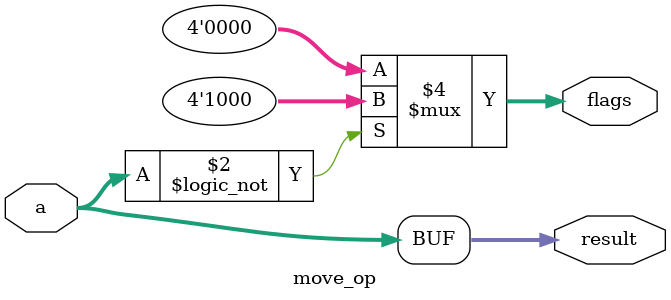
<source format=sv>
module move_op #(parameter N=32)
(
  input logic [N-1:0] a,
  output logic [N-1:0] result,
  output logic [3:0] flags
);

  assign result = a;
  
  //definimos el orden de los flags como (Z)(N)(C)(V)
  
  always @(result)
    begin
      if(result == 32'd0)
	     flags=4'b1000;
		else
			flags=4'b0000;	
    end
endmodule 
</source>
